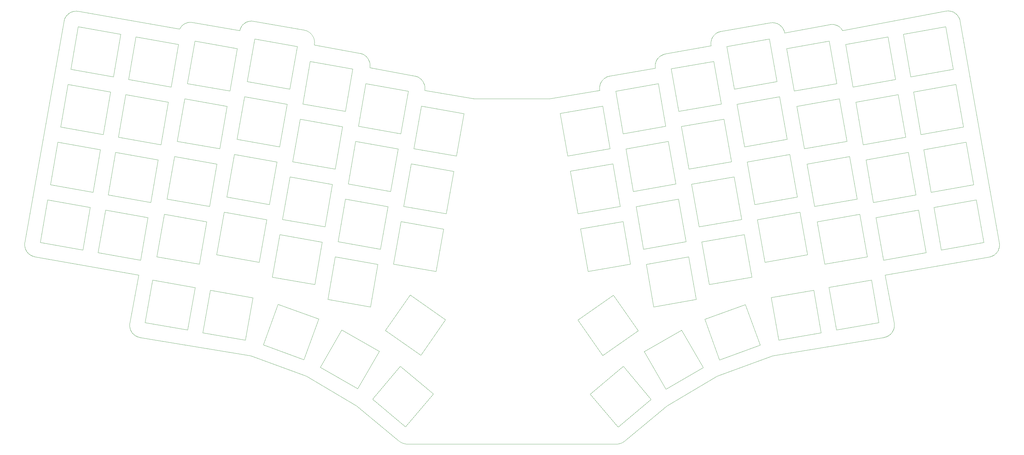
<source format=gbr>
%TF.GenerationSoftware,KiCad,Pcbnew,(6.0.0)*%
%TF.CreationDate,2022-01-22T22:35:58-08:00*%
%TF.ProjectId,switchplate-no-oled,73776974-6368-4706-9c61-74652d6e6f2d,rev?*%
%TF.SameCoordinates,Original*%
%TF.FileFunction,Profile,NP*%
%FSLAX46Y46*%
G04 Gerber Fmt 4.6, Leading zero omitted, Abs format (unit mm)*
G04 Created by KiCad (PCBNEW (6.0.0)) date 2022-01-22 22:35:58*
%MOMM*%
%LPD*%
G01*
G04 APERTURE LIST*
%ADD10C,0.100000*%
%TA.AperFunction,Profile*%
%ADD11C,0.100000*%
%TD*%
G04 APERTURE END LIST*
D10*
X342280444Y-184547823D02*
X342391576Y-184382441D01*
X342493943Y-184212505D01*
X342587465Y-184038364D01*
X342672063Y-183860364D01*
X342747658Y-183678854D01*
X342814171Y-183494181D01*
X342871522Y-183306693D01*
X342919633Y-183116737D01*
X342958425Y-182924661D01*
X342987818Y-182730813D01*
X343007733Y-182535540D01*
X343018092Y-182339191D01*
X343018815Y-182142112D01*
X343009823Y-181944651D01*
X342991037Y-181747156D01*
X342962379Y-181549976D01*
X190160477Y-103127072D02*
X190043061Y-102966142D01*
X189918374Y-102811891D01*
X189786713Y-102664512D01*
X189648379Y-102524197D01*
X189503671Y-102391140D01*
X189352889Y-102265535D01*
X189196332Y-102147573D01*
X189034300Y-102037448D01*
X188867091Y-101935353D01*
X188695006Y-101841481D01*
X188518344Y-101756025D01*
X188337405Y-101679178D01*
X188152488Y-101611134D01*
X187963892Y-101552084D01*
X187771918Y-101502223D01*
X187576864Y-101461744D01*
X284289596Y-88620889D02*
X284178463Y-88786270D01*
X284076096Y-88956206D01*
X283982573Y-89130347D01*
X283897975Y-89308346D01*
X283822381Y-89489856D01*
X283755868Y-89674529D01*
X283698516Y-89862017D01*
X283650405Y-90051973D01*
X283611614Y-90244049D01*
X283582221Y-90437897D01*
X283562305Y-90633170D01*
X283551946Y-90829520D01*
X283551223Y-91026599D01*
X283560215Y-91224060D01*
X283579001Y-91421554D01*
X283607660Y-91618736D01*
X362724009Y-81080390D02*
X362558616Y-80969323D01*
X362388674Y-80867020D01*
X362214530Y-80773562D01*
X362036531Y-80689026D01*
X361855025Y-80613491D01*
X361670359Y-80547038D01*
X361482881Y-80489743D01*
X361292939Y-80441688D01*
X361100879Y-80402949D01*
X360907050Y-80373607D01*
X360711799Y-80353740D01*
X360515474Y-80343428D01*
X360318422Y-80342749D01*
X360120990Y-80351782D01*
X359923527Y-80370607D01*
X359726380Y-80399302D01*
X286891880Y-86983744D02*
X286696347Y-87022069D01*
X286503792Y-87069814D01*
X286314516Y-87126788D01*
X286128820Y-87192800D01*
X285947006Y-87267662D01*
X285769376Y-87351183D01*
X285596232Y-87443174D01*
X285427876Y-87543444D01*
X285264609Y-87651804D01*
X285106734Y-87768064D01*
X284954551Y-87892034D01*
X284808363Y-88023524D01*
X284668472Y-88162344D01*
X284535179Y-88308305D01*
X284408786Y-88461216D01*
X284289596Y-88620889D01*
D11*
X76099820Y-99278360D02*
X78530600Y-85491240D01*
D10*
X154402905Y-88316760D02*
X154345060Y-88232742D01*
X154285259Y-88150416D01*
X154223540Y-88069808D01*
X154159942Y-87990943D01*
X154094506Y-87913848D01*
X154027271Y-87838548D01*
X153958277Y-87765069D01*
X153887562Y-87693437D01*
X153815168Y-87623679D01*
X153741132Y-87555820D01*
X153665496Y-87489886D01*
X153588297Y-87425902D01*
X153509577Y-87363896D01*
X153429375Y-87303893D01*
X153347729Y-87245918D01*
X153264680Y-87189998D01*
X153180268Y-87136159D01*
X153094531Y-87084426D01*
X153007510Y-87034826D01*
X152919243Y-86987384D01*
X152829772Y-86942127D01*
X152739134Y-86899080D01*
X152647370Y-86858269D01*
X152554520Y-86819721D01*
X152460622Y-86783460D01*
X152365717Y-86749514D01*
X152269843Y-86717908D01*
X152173041Y-86688668D01*
X152075351Y-86661820D01*
X151976811Y-86637389D01*
X151877461Y-86615402D01*
X151777342Y-86595886D01*
X373759880Y-160135744D02*
X373962684Y-160095757D01*
X374161083Y-160046094D01*
X374354869Y-159987046D01*
X374543836Y-159918903D01*
X374727778Y-159841957D01*
X374906489Y-159756500D01*
X375079763Y-159662822D01*
X375247394Y-159561214D01*
X375409175Y-159451967D01*
X375564901Y-159335374D01*
X375714364Y-159211724D01*
X375857360Y-159081309D01*
X375993682Y-158944421D01*
X376123124Y-158801350D01*
X376245480Y-158652387D01*
X376360543Y-158497824D01*
X376468107Y-158337952D01*
X376567966Y-158173061D01*
X376659915Y-158003444D01*
X376743747Y-157829391D01*
X376819255Y-157651194D01*
X376886234Y-157469143D01*
X376944478Y-157283530D01*
X376993780Y-157094646D01*
X377033934Y-156902781D01*
X377064734Y-156708228D01*
X377085974Y-156511278D01*
X377097448Y-156312221D01*
X377098950Y-156111348D01*
X377090273Y-155908952D01*
X377071212Y-155705322D01*
X377041560Y-155500751D01*
X364361880Y-83681744D02*
X364323479Y-83486255D01*
X364275663Y-83293746D01*
X364218622Y-83104518D01*
X364152546Y-82918873D01*
X364077624Y-82737113D01*
X363994047Y-82559539D01*
X363902005Y-82386453D01*
X363801687Y-82218156D01*
X363693284Y-82054951D01*
X363576984Y-81897137D01*
X363452979Y-81745018D01*
X363321457Y-81598894D01*
X363182610Y-81459068D01*
X363036626Y-81325841D01*
X362883695Y-81199514D01*
X362724009Y-81080390D01*
D11*
X303653340Y-192138220D02*
X285619340Y-198742220D01*
D10*
X252854864Y-220763512D02*
X252960676Y-220762289D01*
X253066207Y-220758588D01*
X253171415Y-220752423D01*
X253276262Y-220743810D01*
X253380708Y-220732765D01*
X253484712Y-220719302D01*
X253588235Y-220703438D01*
X253691238Y-220685188D01*
X253793681Y-220664567D01*
X253895524Y-220641592D01*
X253996727Y-220616277D01*
X254097250Y-220588638D01*
X254197055Y-220558690D01*
X254296101Y-220526450D01*
X254394348Y-220491933D01*
X254491756Y-220455153D01*
X254588287Y-220416127D01*
X254683900Y-220374871D01*
X254778556Y-220331399D01*
X254872214Y-220285728D01*
X254964836Y-220237872D01*
X255056381Y-220187848D01*
X255146809Y-220135671D01*
X255236082Y-220081356D01*
X255324159Y-220024918D01*
X255411000Y-219966375D01*
X255496566Y-219905740D01*
X255580818Y-219843030D01*
X255663714Y-219778259D01*
X255745217Y-219711444D01*
X255825285Y-219642601D01*
X255903880Y-219571744D01*
X339678160Y-186184968D02*
X339873692Y-186146642D01*
X340066247Y-186098897D01*
X340255523Y-186041923D01*
X340441219Y-185975910D01*
X340623033Y-185901049D01*
X340800663Y-185817527D01*
X340973807Y-185725537D01*
X341142163Y-185625267D01*
X341305430Y-185516907D01*
X341463305Y-185400647D01*
X341615488Y-185276677D01*
X341761676Y-185145187D01*
X341901567Y-185006367D01*
X342034860Y-184860406D01*
X342161253Y-184707494D01*
X342280444Y-184547823D01*
X135205874Y-83683013D02*
X135015270Y-83658793D01*
X134825646Y-83644214D01*
X134637261Y-83639088D01*
X134450378Y-83643231D01*
X134265256Y-83656455D01*
X134082156Y-83678576D01*
X133901339Y-83709406D01*
X133723065Y-83748760D01*
X133547594Y-83796453D01*
X133375188Y-83852297D01*
X133206108Y-83916107D01*
X133040613Y-83987697D01*
X132878964Y-84066882D01*
X132721423Y-84153473D01*
X132568249Y-84247287D01*
X132419703Y-84348137D01*
X132276046Y-84455837D01*
X132137539Y-84570200D01*
X132004441Y-84691041D01*
X131877015Y-84818174D01*
X131755519Y-84951413D01*
X131640216Y-85090572D01*
X131531365Y-85235465D01*
X131429228Y-85385905D01*
X131334064Y-85541707D01*
X131246135Y-85702685D01*
X131165701Y-85868653D01*
X131093023Y-86039424D01*
X131028361Y-86214813D01*
X130971975Y-86394634D01*
X130924128Y-86578701D01*
X130885079Y-86766828D01*
X154995776Y-91399534D02*
X155015807Y-91299515D01*
X155033261Y-91199270D01*
X155048148Y-91098844D01*
X155060475Y-90998284D01*
X155070252Y-90897636D01*
X155077488Y-90796947D01*
X155082191Y-90696263D01*
X155084371Y-90595631D01*
X155084037Y-90495097D01*
X155081197Y-90394707D01*
X155075861Y-90294509D01*
X155068036Y-90194548D01*
X155057733Y-90094871D01*
X155044961Y-89995524D01*
X155029727Y-89896554D01*
X155012042Y-89798008D01*
X154991913Y-89699932D01*
X154969351Y-89602371D01*
X154944363Y-89505374D01*
X154916959Y-89408986D01*
X154887148Y-89313253D01*
X154854939Y-89218223D01*
X154820340Y-89123941D01*
X154783361Y-89030454D01*
X154744010Y-88937809D01*
X154702297Y-88846052D01*
X154658230Y-88755229D01*
X154611819Y-88665388D01*
X154563072Y-88576573D01*
X154511997Y-88488833D01*
X154458605Y-88402213D01*
X154402905Y-88316760D01*
X326261880Y-86729744D02*
X326182431Y-86595096D01*
X326098289Y-86464467D01*
X326009603Y-86337927D01*
X325916527Y-86215549D01*
X325819210Y-86097406D01*
X325717804Y-85983567D01*
X325612461Y-85874107D01*
X325503332Y-85769097D01*
X325390569Y-85668608D01*
X325274322Y-85572713D01*
X325154743Y-85481484D01*
X325031984Y-85394992D01*
X324906195Y-85313310D01*
X324777529Y-85236509D01*
X324646136Y-85164662D01*
X324512169Y-85097841D01*
X324375777Y-85036116D01*
X324237114Y-84979562D01*
X324096329Y-84928249D01*
X323953575Y-84882249D01*
X323809003Y-84841635D01*
X323662764Y-84806478D01*
X323515009Y-84776850D01*
X323365891Y-84752824D01*
X323215559Y-84734471D01*
X323064167Y-84721863D01*
X322911864Y-84715072D01*
X322758803Y-84714171D01*
X322605134Y-84719230D01*
X322451010Y-84730323D01*
X322296581Y-84747521D01*
X322142000Y-84770896D01*
X95233640Y-181515178D02*
X95202869Y-181711997D01*
X95181962Y-181909236D01*
X95170846Y-182106547D01*
X95169444Y-182303581D01*
X95177680Y-182499991D01*
X95195481Y-182695427D01*
X95222770Y-182889541D01*
X95259472Y-183081986D01*
X95305513Y-183272413D01*
X95360816Y-183460473D01*
X95425306Y-183645819D01*
X95498909Y-183828102D01*
X95581549Y-184006974D01*
X95673151Y-184182086D01*
X95773638Y-184353091D01*
X95882938Y-184519640D01*
X78567430Y-80492265D02*
X78370610Y-80461494D01*
X78173371Y-80440588D01*
X77976060Y-80429471D01*
X77779026Y-80428069D01*
X77582616Y-80436306D01*
X77387180Y-80454107D01*
X77193066Y-80481396D01*
X77000621Y-80518098D01*
X76810194Y-80564139D01*
X76622134Y-80619442D01*
X76436788Y-80683932D01*
X76254505Y-80757535D01*
X76075633Y-80840175D01*
X75900521Y-80931777D01*
X75729516Y-81032264D01*
X75562968Y-81141564D01*
D11*
X85718800Y-125343840D02*
X83288020Y-139133500D01*
X71931680Y-122913060D02*
X85718800Y-125343840D01*
X69500900Y-136700180D02*
X71931680Y-122913060D01*
D10*
X190809776Y-106131534D02*
X190840546Y-105934714D01*
X190861453Y-105737475D01*
X190872569Y-105540164D01*
X190873971Y-105343130D01*
X190865734Y-105146720D01*
X190847934Y-104951284D01*
X190820645Y-104757170D01*
X190783942Y-104564725D01*
X190737902Y-104374298D01*
X190682598Y-104186238D01*
X190618108Y-104000892D01*
X190544505Y-103818609D01*
X190461865Y-103639737D01*
X190370264Y-103464625D01*
X190269776Y-103293620D01*
X190160477Y-103127072D01*
D11*
X86587480Y-120421319D02*
X72800360Y-117990540D01*
X89886940Y-101709140D02*
X76099820Y-99278360D01*
D10*
X172380478Y-95761072D02*
X172263062Y-95600142D01*
X172138374Y-95445891D01*
X172006714Y-95298512D01*
X171868380Y-95158197D01*
X171723672Y-95025140D01*
X171572890Y-94899534D01*
X171416332Y-94781572D01*
X171254300Y-94671447D01*
X171087091Y-94569352D01*
X170915006Y-94475480D01*
X170738344Y-94390025D01*
X170557405Y-94313178D01*
X170372488Y-94245133D01*
X170183892Y-94186084D01*
X169991918Y-94136223D01*
X169796864Y-94095744D01*
X182242864Y-219571744D02*
X182321433Y-219642579D01*
X182401476Y-219711402D01*
X182482952Y-219778198D01*
X182565822Y-219842951D01*
X182650045Y-219905645D01*
X182735583Y-219966264D01*
X182822396Y-220024794D01*
X182910443Y-220081219D01*
X182999685Y-220135523D01*
X183090083Y-220187691D01*
X183181596Y-220237707D01*
X183274186Y-220285556D01*
X183367812Y-220331222D01*
X183462435Y-220374690D01*
X183558016Y-220415944D01*
X183654513Y-220454968D01*
X183751888Y-220491748D01*
X183850102Y-220526267D01*
X183949113Y-220558511D01*
X184048884Y-220588463D01*
X184149373Y-220616108D01*
X184250542Y-220641431D01*
X184352350Y-220664416D01*
X184454759Y-220685047D01*
X184557727Y-220703309D01*
X184661217Y-220719187D01*
X184765187Y-220732665D01*
X184869599Y-220743727D01*
X184974412Y-220752359D01*
X185079587Y-220758544D01*
X185185084Y-220762266D01*
X185290864Y-220763512D01*
X95882938Y-184519640D02*
X96000353Y-184680569D01*
X96125041Y-184834820D01*
X96256701Y-184982199D01*
X96395035Y-185122514D01*
X96539743Y-185255570D01*
X96690525Y-185381176D01*
X96847082Y-185499138D01*
X97009115Y-185609263D01*
X97176323Y-185711358D01*
X97348408Y-185805230D01*
X97525070Y-185890686D01*
X97706009Y-185967532D01*
X97890927Y-186035577D01*
X98079522Y-186094626D01*
X98271497Y-186144488D01*
X98466552Y-186184968D01*
X250822864Y-101461744D02*
X250620039Y-101501708D01*
X250421621Y-101551351D01*
X250227815Y-101610381D01*
X250038827Y-101678507D01*
X249854864Y-101755437D01*
X249676132Y-101840882D01*
X249502837Y-101934548D01*
X249335186Y-102036146D01*
X249173384Y-102145384D01*
X249017637Y-102261971D01*
X248868153Y-102385615D01*
X248725136Y-102516026D01*
X248588794Y-102652911D01*
X248459333Y-102795981D01*
X248336958Y-102944944D01*
X248221876Y-103099508D01*
X248114294Y-103259383D01*
X248014417Y-103424277D01*
X247922451Y-103593898D01*
X247838603Y-103767957D01*
X247763079Y-103946161D01*
X247696086Y-104128220D01*
X247637828Y-104313842D01*
X247588514Y-104502736D01*
X247548348Y-104694610D01*
X247517537Y-104889175D01*
X247496288Y-105086137D01*
X247484805Y-105285207D01*
X247483297Y-105486093D01*
X247491968Y-105688504D01*
X247511026Y-105892149D01*
X247540676Y-106096736D01*
X115192960Y-84022866D02*
X115041968Y-84015853D01*
X114891670Y-84014542D01*
X114742198Y-84018855D01*
X114593680Y-84028717D01*
X114446248Y-84044053D01*
X114300032Y-84064786D01*
X114155161Y-84090843D01*
X114011767Y-84122146D01*
X113869979Y-84158620D01*
X113729928Y-84200190D01*
X113591745Y-84246780D01*
X113455559Y-84298315D01*
X113321500Y-84354719D01*
X113189700Y-84415916D01*
X113060288Y-84481830D01*
X112933395Y-84552387D01*
X112809151Y-84627511D01*
X112687686Y-84707125D01*
X112569131Y-84791155D01*
X112453615Y-84879525D01*
X112341270Y-84972159D01*
X112232225Y-85068981D01*
X112126611Y-85169917D01*
X112024558Y-85274890D01*
X111926197Y-85383825D01*
X111831657Y-85496646D01*
X111741070Y-85613278D01*
X111654564Y-85733645D01*
X111572271Y-85857672D01*
X111494321Y-85985283D01*
X111420845Y-86116402D01*
X111351972Y-86250954D01*
D11*
X89018260Y-106634200D02*
X86587480Y-120421319D01*
D10*
X268837560Y-94286752D02*
X268634755Y-94326738D01*
X268436356Y-94376401D01*
X268242570Y-94435449D01*
X268053603Y-94503592D01*
X267869661Y-94580537D01*
X267690950Y-94665995D01*
X267517676Y-94759673D01*
X267350045Y-94861281D01*
X267188264Y-94970527D01*
X267032538Y-95087121D01*
X266883074Y-95210771D01*
X266740079Y-95341185D01*
X266603757Y-95478074D01*
X266474315Y-95621145D01*
X266351959Y-95770108D01*
X266236896Y-95924671D01*
X266129332Y-96084543D01*
X266029472Y-96249433D01*
X265937524Y-96419050D01*
X265853692Y-96593103D01*
X265778184Y-96771300D01*
X265711204Y-96953351D01*
X265652961Y-97138964D01*
X265603659Y-97327849D01*
X265563505Y-97519713D01*
X265532704Y-97714266D01*
X265511464Y-97911216D01*
X265499990Y-98110273D01*
X265498488Y-98311146D01*
X265507165Y-98513542D01*
X265526226Y-98717172D01*
X265555879Y-98921744D01*
D11*
X152523340Y-198742220D02*
X168779340Y-208394220D01*
D10*
X61846938Y-158357640D02*
X61964353Y-158518569D01*
X62089041Y-158672820D01*
X62220701Y-158820199D01*
X62359035Y-158960514D01*
X62503743Y-159093570D01*
X62654525Y-159219176D01*
X62811083Y-159337138D01*
X62973115Y-159447263D01*
X63140324Y-159549358D01*
X63312409Y-159643230D01*
X63489071Y-159728686D01*
X63670010Y-159805532D01*
X63854927Y-159873577D01*
X64043523Y-159932626D01*
X64235497Y-159982488D01*
X64430552Y-160022968D01*
X173029776Y-98765534D02*
X173060546Y-98568714D01*
X173081453Y-98371475D01*
X173092569Y-98174164D01*
X173093971Y-97977130D01*
X173085734Y-97780720D01*
X173067934Y-97585284D01*
X173040645Y-97391170D01*
X173003942Y-97198725D01*
X172957902Y-97008298D01*
X172902599Y-96820238D01*
X172838108Y-96634892D01*
X172764505Y-96452609D01*
X172681866Y-96273737D01*
X172590264Y-96098625D01*
X172489776Y-95927620D01*
X172380478Y-95761072D01*
X307465880Y-87491744D02*
X307427479Y-87296255D01*
X307379663Y-87103745D01*
X307322622Y-86914518D01*
X307256546Y-86728873D01*
X307181624Y-86547113D01*
X307098047Y-86369539D01*
X307006005Y-86196453D01*
X306905687Y-86028156D01*
X306797284Y-85864950D01*
X306680984Y-85707137D01*
X306556979Y-85555018D01*
X306425457Y-85408894D01*
X306286610Y-85269068D01*
X306140626Y-85135841D01*
X305987695Y-85009514D01*
X305828009Y-84890390D01*
D11*
X75231140Y-104203420D02*
X89018260Y-106634200D01*
X72800360Y-117990540D02*
X75231140Y-104203420D01*
D10*
X305828009Y-84890390D02*
X305662616Y-84779323D01*
X305492674Y-84677020D01*
X305318530Y-84583562D01*
X305140531Y-84499026D01*
X304959025Y-84423491D01*
X304774359Y-84357037D01*
X304586881Y-84299743D01*
X304396939Y-84251687D01*
X304204879Y-84212949D01*
X304011050Y-84183607D01*
X303815799Y-84163740D01*
X303619474Y-84153428D01*
X303422422Y-84152749D01*
X303224990Y-84161782D01*
X303027527Y-84180607D01*
X302830380Y-84209302D01*
D11*
X92317720Y-87922020D02*
X89886940Y-101709140D01*
X78530600Y-85491240D02*
X92317720Y-87922020D01*
D10*
X75562968Y-81141564D02*
X75402038Y-81258979D01*
X75247787Y-81383667D01*
X75100407Y-81515327D01*
X74960093Y-81653661D01*
X74827036Y-81798369D01*
X74701430Y-81949151D01*
X74583468Y-82105709D01*
X74473343Y-82267741D01*
X74371248Y-82434950D01*
X74277377Y-82607034D01*
X74191921Y-82783696D01*
X74115074Y-82964635D01*
X74047030Y-83149553D01*
X73987980Y-83338148D01*
X73938119Y-83530123D01*
X73897640Y-83725177D01*
X61197640Y-155353178D02*
X61166869Y-155549997D01*
X61145962Y-155747236D01*
X61134846Y-155944547D01*
X61133444Y-156141581D01*
X61141681Y-156337991D01*
X61159481Y-156533427D01*
X61186770Y-156727541D01*
X61223473Y-156919986D01*
X61269513Y-157110413D01*
X61324816Y-157298473D01*
X61389307Y-157483819D01*
X61462910Y-157666102D01*
X61545549Y-157844974D01*
X61637151Y-158020086D01*
X61737639Y-158191091D01*
X61846938Y-158357640D01*
D11*
X377041560Y-155500751D02*
X364361880Y-83681744D01*
X98466552Y-186184968D02*
X134489340Y-192138220D01*
X255903880Y-219571744D02*
X269363340Y-208394220D01*
X185290864Y-220763512D02*
X252854864Y-220763512D01*
X322142000Y-84770896D02*
X307465880Y-87491744D01*
X342962379Y-181549976D02*
X340026140Y-166011780D01*
X302830380Y-84209302D02*
X286891880Y-86983744D01*
X64430552Y-160022968D02*
X98167340Y-165976220D01*
X359726380Y-80399302D02*
X326261880Y-86729744D01*
X303102160Y-173311740D02*
X305532940Y-187098860D01*
X265042800Y-176306400D02*
X278829920Y-173875620D01*
X320483380Y-162468480D02*
X334270500Y-160037700D01*
X316889280Y-170880960D02*
X303102160Y-173311740D01*
X259993280Y-184020380D02*
X251961800Y-172552280D01*
X339541000Y-161140060D02*
X353328120Y-158706740D01*
X206879340Y-108826219D02*
X231263340Y-108826219D01*
X154995776Y-91399534D02*
X169796864Y-94095744D01*
X280628240Y-155280280D02*
X283059020Y-169067400D01*
X240493700Y-180581219D02*
X248525180Y-192049320D01*
X135205874Y-83683013D02*
X151777342Y-86595886D01*
X268964560Y-202961160D02*
X281087980Y-195960920D01*
X324242580Y-183799400D02*
X338032240Y-181368620D01*
X296846140Y-166636620D02*
X294415360Y-152849499D01*
X298644460Y-148041280D02*
X301077780Y-161828400D01*
X73897640Y-83725177D02*
X61197640Y-155353178D01*
X95233640Y-181515178D02*
X98167340Y-165976220D01*
X251961800Y-172552280D02*
X240493700Y-180581219D01*
X312431579Y-145610500D02*
X298644460Y-148041280D01*
X87344400Y-144924700D02*
X101131520Y-147355480D01*
X294755719Y-175546940D02*
X281601060Y-180334840D01*
X152523340Y-198742220D02*
X134489340Y-192138220D01*
X339678160Y-186184968D02*
X303653340Y-192138220D01*
X281087980Y-195960920D02*
X274087740Y-183834960D01*
X299543620Y-188704140D02*
X294755719Y-175546940D01*
X276399140Y-160088500D02*
X262612020Y-162519280D01*
X285619340Y-198742220D02*
X269363340Y-208394220D01*
X373759880Y-160135744D02*
X340026140Y-166011780D01*
X278829920Y-173875620D02*
X276399140Y-160088500D01*
X253462940Y-215305560D02*
X264186819Y-206306340D01*
X78567430Y-80492265D02*
X111351972Y-86250954D01*
X281601060Y-180334840D02*
X286388960Y-193492040D01*
X274087740Y-183834960D02*
X261964319Y-190835200D01*
X268837560Y-94286752D02*
X283607660Y-91618736D01*
X264186819Y-206306340D02*
X255187600Y-195582460D01*
X244463720Y-204579140D02*
X253462940Y-215305560D01*
X305532940Y-187098860D02*
X319320060Y-184668080D01*
X321811800Y-170012280D02*
X324242580Y-183799400D01*
X248525180Y-192049320D02*
X259993280Y-184020380D01*
X338032240Y-181368620D02*
X335598920Y-167581499D01*
X318052600Y-148681360D02*
X320483380Y-162468480D01*
X301077780Y-161828400D02*
X314864900Y-159397620D01*
X250822864Y-101461744D02*
X265555879Y-98921744D01*
X286388960Y-193492040D02*
X299543620Y-188704140D01*
X98700740Y-161142600D02*
X101131520Y-147355480D01*
X283059020Y-169067400D02*
X296846140Y-166636620D01*
X182242864Y-219571744D02*
X168779340Y-208394220D01*
X173029776Y-98765534D02*
X187576864Y-101461744D01*
X255187600Y-195582460D02*
X244463720Y-204579140D01*
X261964319Y-190835200D02*
X268964560Y-202961160D01*
X294415360Y-152849499D02*
X280628240Y-155280280D01*
X314864900Y-159397620D02*
X312431579Y-145610500D01*
X231263340Y-108826219D02*
X247540676Y-106096736D01*
X190809776Y-106131534D02*
X206879340Y-108826219D01*
X262612020Y-162519280D02*
X265042800Y-176306400D01*
X331839719Y-146250580D02*
X318052600Y-148681360D01*
X334270500Y-160037700D02*
X331839719Y-146250580D01*
X115192960Y-84022866D02*
X130885079Y-86766828D01*
X319320060Y-184668080D02*
X316889280Y-170880960D01*
X335598920Y-167581499D02*
X321811800Y-170012280D01*
X84911080Y-158711820D02*
X98700740Y-161142600D01*
X292048080Y-110619460D02*
X294478860Y-124406580D01*
X330971040Y-141325520D02*
X328540260Y-127538400D01*
X293546680Y-147924440D02*
X291115900Y-134137320D01*
X330511300Y-109928580D02*
X332942080Y-123715699D01*
X309134660Y-126898319D02*
X295345000Y-129329100D01*
X311565440Y-140685440D02*
X309134660Y-126898319D01*
X275530460Y-155163440D02*
X273099680Y-141376320D01*
X362141920Y-99273280D02*
X359711140Y-85486160D01*
X258443880Y-138882040D02*
X272231000Y-136451260D01*
X332942080Y-123715699D02*
X346729200Y-121284920D01*
X305835200Y-108188680D02*
X292048080Y-110619460D01*
X327671580Y-122615880D02*
X325240800Y-108826219D01*
X340998960Y-88785620D02*
X327211840Y-91216400D01*
X363010600Y-104198340D02*
X349223479Y-106629120D01*
X290249760Y-129212260D02*
X287816440Y-115425140D01*
X308265980Y-121975800D02*
X305835200Y-108188680D01*
X327211840Y-91216400D02*
X329642620Y-105006060D01*
X359711140Y-85486160D02*
X345924020Y-87916940D01*
X353328120Y-158706740D02*
X350897340Y-144919620D01*
X313884460Y-125046660D02*
X327671580Y-122615880D01*
X328540260Y-127538400D02*
X314753140Y-129969180D01*
X344298420Y-107497800D02*
X330511300Y-109928580D01*
X291115900Y-134137320D02*
X277328780Y-136568100D01*
X347597880Y-126209980D02*
X333810760Y-128640760D01*
X350028660Y-139997100D02*
X347597880Y-126209980D01*
X295345000Y-129329100D02*
X297778320Y-143116220D01*
X317183919Y-143756300D02*
X330971040Y-141325520D01*
X297778320Y-143116220D02*
X311565440Y-140685440D01*
X279759560Y-150355219D02*
X293546680Y-147924440D01*
X310585000Y-106334480D02*
X324372119Y-103903699D01*
X259312560Y-143807100D02*
X261743340Y-157594219D01*
X365441380Y-117985460D02*
X363010600Y-104198340D01*
X256013100Y-125094920D02*
X258443880Y-138882040D01*
X276460100Y-131645580D02*
X290249760Y-129212260D01*
X325240800Y-108826219D02*
X311453680Y-111259540D01*
X329642620Y-105006060D02*
X343429740Y-102572740D01*
X272231000Y-136451260D02*
X269800220Y-122664140D01*
X351654260Y-120416240D02*
X365441380Y-117985460D01*
X294478860Y-124406580D02*
X308265980Y-121975800D01*
X277328780Y-136568100D02*
X279759560Y-150355219D01*
X274029320Y-117858460D02*
X276460100Y-131645580D01*
X337110220Y-147350399D02*
X339541000Y-161140060D01*
X350897340Y-144919620D02*
X337110220Y-147350399D01*
X358253180Y-157840600D02*
X372040300Y-155407280D01*
X269800220Y-122664140D02*
X256013100Y-125094920D01*
X355822400Y-144053480D02*
X358253180Y-157840600D01*
X273099680Y-141376320D02*
X259312560Y-143807100D01*
X346729200Y-121284920D02*
X344298420Y-107497800D01*
X369609520Y-141620160D02*
X355822400Y-144053480D01*
X348354800Y-101706600D02*
X362141920Y-99273280D01*
X352522940Y-125341300D02*
X354953720Y-139128419D01*
X261743340Y-157594219D02*
X275530460Y-155163440D01*
X343429740Y-102572740D02*
X340998960Y-88785620D01*
X287816440Y-115425140D02*
X274029320Y-117858460D01*
X349223479Y-106629120D02*
X351654260Y-120416240D01*
X311453680Y-111259540D02*
X313884460Y-125046660D01*
X345924020Y-87916940D02*
X348354800Y-101706600D01*
X372040300Y-155407280D02*
X369609520Y-141620160D01*
X354953720Y-139128419D02*
X368740840Y-136697640D01*
X366310060Y-122910520D02*
X352522940Y-125341300D01*
X368740840Y-136697640D02*
X366310060Y-122910520D01*
X336241540Y-142427880D02*
X350028660Y-139997100D01*
X333810760Y-128640760D02*
X336241540Y-142427880D01*
X314753140Y-129969180D02*
X317183919Y-143756300D01*
X196945400Y-151048640D02*
X194514620Y-164838299D01*
X241296340Y-151046100D02*
X243727119Y-164833220D01*
X255083460Y-148615320D02*
X241296340Y-151046100D01*
X197577859Y-180497400D02*
X189546380Y-191965500D01*
X237996880Y-132333919D02*
X251784000Y-129903140D01*
X185525560Y-106387820D02*
X183094779Y-120174940D01*
X183094779Y-120174940D02*
X169307660Y-117744160D01*
X173887280Y-206222520D02*
X182883960Y-195498640D01*
X169307660Y-117744160D02*
X171738440Y-103957040D01*
X189546380Y-191965500D02*
X178078280Y-183936560D01*
X201113540Y-127413940D02*
X187323880Y-124983160D01*
X162708740Y-155168519D02*
X165139520Y-141381400D01*
X183158280Y-148617860D02*
X196945400Y-151048640D01*
X161842600Y-160091040D02*
X175629720Y-162521820D01*
X203544320Y-113626820D02*
X201113540Y-127413940D01*
X180727500Y-162404980D02*
X183158280Y-148617860D01*
X184026960Y-143695340D02*
X186457740Y-129908220D01*
X182883960Y-195498640D02*
X193610380Y-204497860D01*
X251784000Y-129903140D02*
X254214780Y-143690260D01*
X176495860Y-157599300D02*
X162708740Y-155168519D01*
X321941340Y-90116580D02*
X308154220Y-92547360D01*
X186109760Y-172468460D02*
X197577859Y-180497400D01*
X273160640Y-112933400D02*
X270729860Y-99146280D01*
X268931540Y-117741619D02*
X255144420Y-120172400D01*
X248484540Y-111190960D02*
X250915320Y-124978080D01*
X308154220Y-92547360D02*
X310585000Y-106334480D01*
X324372119Y-103903699D02*
X321941340Y-90116580D01*
X291179400Y-105694400D02*
X304966520Y-103263620D01*
X286950300Y-110502619D02*
X273160640Y-112933400D01*
X234697420Y-113621740D02*
X248484540Y-111190960D01*
X171738440Y-103957040D02*
X185525560Y-106387820D01*
X159409280Y-173878160D02*
X161842600Y-160091040D01*
X182228640Y-125100000D02*
X179795320Y-138887120D01*
X197814080Y-146126120D02*
X184026960Y-143695340D01*
X165139520Y-141381400D02*
X178929180Y-143812180D01*
X169081600Y-202859560D02*
X156955640Y-195859320D01*
X166008200Y-136456340D02*
X168438979Y-122669220D01*
X173198940Y-176308940D02*
X159409280Y-173878160D01*
X194514620Y-164838299D02*
X180727500Y-162404980D01*
X288748620Y-91907280D02*
X291179400Y-105694400D01*
X200244859Y-132339000D02*
X197814080Y-146126120D01*
X270729860Y-99146280D02*
X284516980Y-96715500D01*
X266500760Y-103954500D02*
X268931540Y-117741619D01*
X187323880Y-124983160D02*
X189757200Y-111196040D01*
X168438979Y-122669220D02*
X182228640Y-125100000D01*
X257514240Y-162402440D02*
X255083460Y-148615320D01*
X179795320Y-138887120D02*
X166008200Y-136456340D01*
X178078280Y-183936560D02*
X186109760Y-172468460D01*
X243727119Y-164833220D02*
X257514240Y-162402440D01*
X184611160Y-215221740D02*
X173887280Y-206222520D01*
X254214780Y-143690260D02*
X240427660Y-146121040D01*
X237128200Y-127411400D02*
X234697420Y-113621740D01*
X189757200Y-111196040D02*
X203544320Y-113626820D01*
X186457740Y-129908220D02*
X200244859Y-132339000D01*
X175629720Y-162521820D02*
X173198940Y-176308940D01*
X178929180Y-143812180D02*
X176495860Y-157599300D01*
X193610380Y-204497860D02*
X184611160Y-215221740D01*
X302535740Y-89476500D02*
X288748620Y-91907280D01*
X250915320Y-124978080D02*
X237128200Y-127411400D01*
X284516980Y-96715500D02*
X286950300Y-110502619D01*
X240427660Y-146121040D02*
X237996880Y-132333919D01*
X304966520Y-103263620D02*
X302535740Y-89476500D01*
X252713640Y-106385280D02*
X266500760Y-103954500D01*
X255144420Y-120172400D02*
X252713640Y-106385280D01*
X164209880Y-117861000D02*
X161779100Y-131648119D01*
X153722220Y-96718040D02*
X167509340Y-99148820D01*
X151291440Y-110505160D02*
X153722220Y-96718040D01*
X150422760Y-115430220D02*
X164209880Y-117861000D01*
X135706000Y-89481580D02*
X149493120Y-91912360D01*
X149493120Y-91912360D02*
X147062340Y-105699480D01*
X146193660Y-110621999D02*
X143762880Y-124409120D01*
X176079300Y-190733600D02*
X169081600Y-202859560D01*
X151657200Y-193398060D02*
X138500000Y-188610160D01*
X132406540Y-108191220D02*
X146193660Y-110621999D01*
X147123300Y-134142400D02*
X160910420Y-136573180D01*
X163955880Y-183733360D02*
X176079300Y-190733600D01*
X156955640Y-195859320D02*
X163955880Y-183733360D01*
X156445100Y-180243400D02*
X151657200Y-193398060D01*
X143287900Y-175452960D02*
X156445100Y-180243400D01*
X138500000Y-188610160D02*
X143287900Y-175452960D01*
X155180180Y-169072480D02*
X141393060Y-166639160D01*
X157610960Y-155282820D02*
X155180180Y-169072480D01*
X147991979Y-129217340D02*
X150422760Y-115430220D01*
X143823840Y-152852040D02*
X157610960Y-155282820D01*
X165078560Y-112938480D02*
X151291440Y-110505160D01*
X141393060Y-166639160D02*
X143823840Y-152852040D01*
X158479640Y-150360300D02*
X144692520Y-147929520D01*
X167509340Y-99148820D02*
X165078560Y-112938480D01*
X144692520Y-147929520D02*
X147123300Y-134142400D01*
X147062340Y-105699480D02*
X133275220Y-103268700D01*
X143762880Y-124409120D02*
X129975760Y-121978340D01*
X133275220Y-103268700D02*
X135706000Y-89481580D01*
X160910420Y-136573180D02*
X158479640Y-150360300D01*
X161779100Y-131648119D02*
X147991979Y-129217340D01*
X87344400Y-144924700D02*
X84911080Y-158711820D01*
X88210540Y-139999640D02*
X90643860Y-126212519D01*
X108596579Y-105008600D02*
X94809460Y-102577820D01*
X79988560Y-157843140D02*
X66201440Y-155412360D01*
X120189140Y-148686440D02*
X117758360Y-162473560D01*
X94809460Y-102577820D02*
X97240240Y-88790699D01*
X82419340Y-144056020D02*
X79988560Y-157843140D01*
X110570160Y-122618420D02*
X113000940Y-108831300D01*
X130087520Y-92552440D02*
X127656740Y-106339560D01*
X140463420Y-143121300D02*
X126676300Y-140690520D01*
X126676300Y-140690520D02*
X129107080Y-126903400D01*
X106402020Y-146253120D02*
X120189140Y-148686440D01*
X116300400Y-90119120D02*
X130087520Y-92552440D01*
X129975760Y-121978340D02*
X132406540Y-108191220D01*
X142894200Y-129334180D02*
X140463420Y-143121300D01*
X83288020Y-139133500D02*
X69500900Y-136700180D01*
X129107080Y-126903400D02*
X142894200Y-129334180D01*
X137163960Y-161833480D02*
X123376840Y-159402700D01*
X109701480Y-127543480D02*
X123488600Y-129974260D01*
X139594740Y-148046360D02*
X137163960Y-161833480D01*
X125807620Y-145615580D02*
X139594740Y-148046360D01*
X107270700Y-141330599D02*
X109701480Y-127543480D01*
X123376840Y-159402700D02*
X125807620Y-145615580D01*
X135139580Y-173316819D02*
X132708800Y-187103940D01*
X116427400Y-170017360D02*
X113996620Y-183804480D01*
X117758360Y-162473560D02*
X103971240Y-160042780D01*
X93940780Y-107502880D02*
X107730440Y-109933660D01*
X68632220Y-141625240D02*
X82419340Y-144056020D01*
X66201440Y-155412360D02*
X68632220Y-141625240D01*
X100209500Y-181373700D02*
X102640280Y-167586580D01*
X101997660Y-142432960D02*
X88210540Y-139999640D01*
X127656740Y-106339560D02*
X113869620Y-103908780D01*
X132708800Y-187103940D02*
X118921679Y-184673160D01*
X121352460Y-170883500D02*
X135139580Y-173316819D01*
X118921679Y-184673160D02*
X121352460Y-170883500D01*
X124357279Y-125049199D02*
X110570160Y-122618420D01*
X113996620Y-183804480D02*
X100209500Y-181373700D01*
X102640280Y-167586580D02*
X116427400Y-170017360D01*
X113000940Y-108831300D02*
X126788060Y-111262080D01*
X113869620Y-103908780D02*
X116300400Y-90119120D01*
X111027360Y-91221480D02*
X108596579Y-105008600D01*
X123488600Y-129974260D02*
X121057820Y-143761380D01*
X104430980Y-128643299D02*
X101997660Y-142432960D01*
X90643860Y-126212519D02*
X104430980Y-128643299D01*
X105297120Y-123720780D02*
X91510000Y-121290000D01*
X107730440Y-109933660D02*
X105297120Y-123720780D01*
X103971240Y-160042780D02*
X106402020Y-146253120D01*
X121057820Y-143761380D02*
X107270700Y-141330599D01*
X126788060Y-111262080D02*
X124357279Y-125049199D01*
X97240240Y-88790699D02*
X111027360Y-91221480D01*
X91510000Y-121290000D02*
X93940780Y-107502880D01*
M02*

</source>
